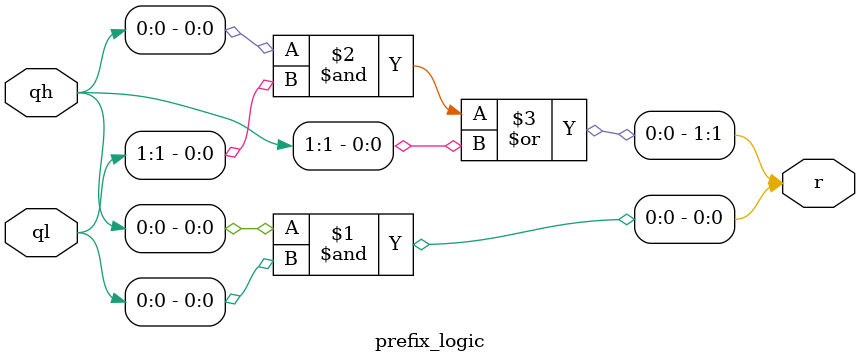
<source format=v>
module prefix_logic(ql,qh,r);
	
	input	[1:0]	ql;
	input	[1:0]	qh;
	output	[1:0]	r;
	
	assign r[0] = qh[0] & ql[0];
	assign r[1] = (qh[0] & ql[1]) | qh[1];
	
endmodule
</source>
